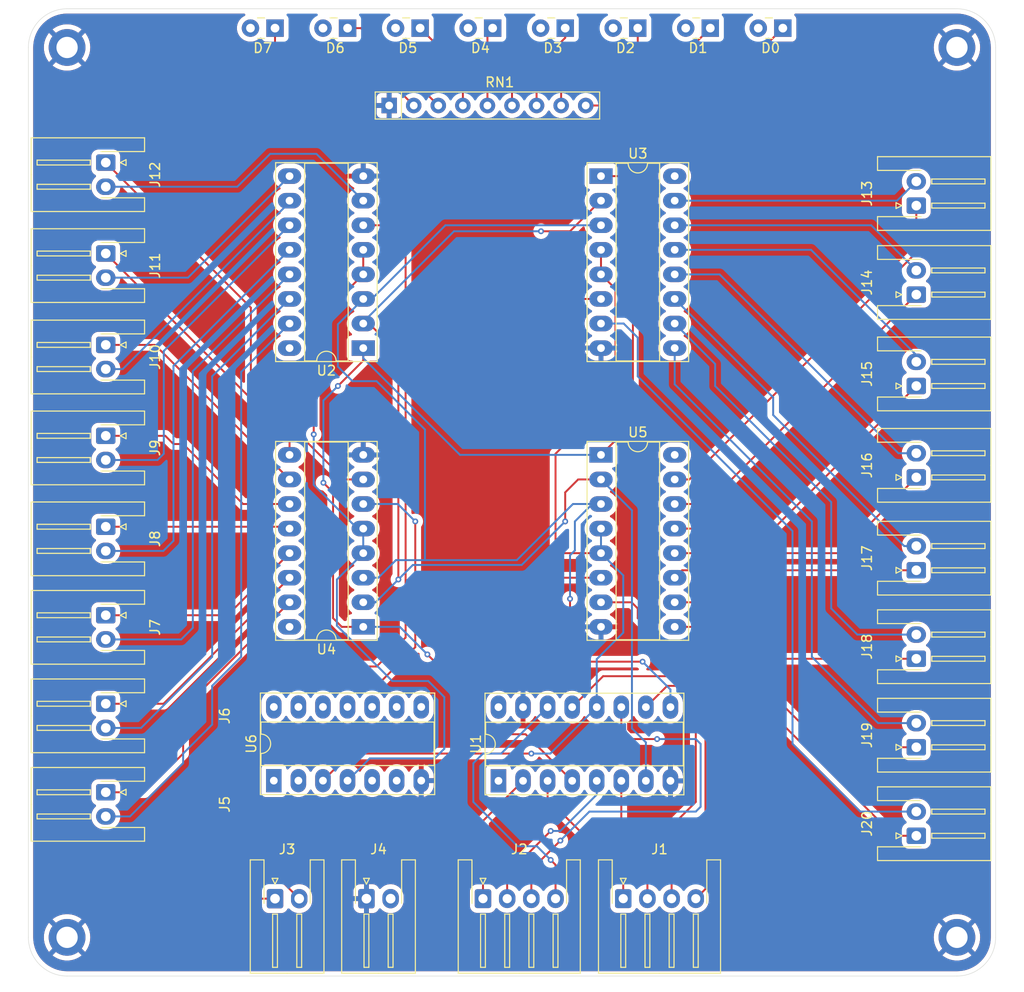
<source format=kicad_pcb>
(kicad_pcb (version 20240108) (generator "pcbnew") (generator_version "8.0")
  (layers (0 "F.Cu" signal) (31 "B.Cu" signal) (34 "B.Paste" user) (35 "F.Paste" user) (36 "B.SilkS" user "B.Silkscreen") (37 "F.SilkS" user "F.Silkscreen") (38 "B.Mask" user) (39 "F.Mask" user) (44 "Edge.Cuts" user))
  (net 0 "")
  (net 1 "Net-(D0-K)")
  (net 3 "Net-(D1-K)")
  (net 5 "Net-(D2-K)")
  (net 7 "Net-(D3-K)")
  (net 9 "Net-(D4-K)")
  (net 12 "Net-(D5-K)")
  (net 14 "Net-(D6-K)")
  (net 16 "Net-(D7-K)")
  (net 17 "/REG_SEL_DST_1")
  (net 18 "/REG_SEL_DST_2")
  (net 19 "/REG_SEL_DST_0")
  (net 20 "/REG_SEL_DST_3")
  (net 21 "/REG_SEL_SRC_3")
  (net 22 "/REG_SEL_SRC_2")
  (net 23 "/REG_SEL_SRC_0")
  (net 24 "/REG_SEL_SRC_1")
  (net 25 "/RF_OUT")
  (net 26 "/RF_IN")
  (net 27 "VCC")
  (net 28 "GND")
  (net 29 "/OUT_EN_REG_0")
  (net 30 "/IN_EN_REG_0")
  (net 31 "/OUT_EN_REG_1")
  (net 32 "/IN_EN_REG_1")
  (net 33 "/IN_EN_REG_2")
  (net 34 "/OUT_EN_REG_2")
  (net 35 "/OUT_EN_REG_3")
  (net 36 "/IN_EN_REG_3")
  (net 37 "/OUT_EN_REG_4")
  (net 38 "/IN_EN_REG_4")
  (net 39 "/OUT_EN_REG_5")
  (net 40 "/IN_EN_REG_5")
  (net 41 "/IN_EN_REG_6")
  (net 42 "/OUT_EN_REG_6")
  (net 43 "/IN_EN_REG_7")
  (net 44 "/OUT_EN_REG_7")
  (net 45 "/OUT_EN_REG_8")
  (net 46 "/IN_EN_REG_8")
  (net 47 "/IN_EN_REG_9")
  (net 48 "/OUT_EN_REG_9")
  (net 49 "/OUT_EN_REG_10")
  (net 50 "/IN_EN_REG_10")
  (net 51 "/OUT_EN_REG_11")
  (net 52 "/IN_EN_REG_11")
  (net 53 "/OUT_EN_REG_12")
  (net 54 "/IN_EN_REG_12")
  (net 55 "/IN_EN_REG_13")
  (net 56 "/OUT_EN_REG_13")
  (net 57 "/IN_EN_REG_14")
  (net 58 "/OUT_EN_REG_14")
  (net 59 "/IN_EN_REG_15")
  (net 60 "/OUT_EN_REG_15")
  (net 61 "/SELECTED_REG_1")
  (net 62 "/SELECTED_REG_3")
  (net 63 "/SELECTED_REG_0")
  (net 64 "DST_SEL")
  (net 65 "/SELECTED_REG_2")
  (net 66 "/SELECTED_REG_3_B")
  (footprint "Connector_JST:JST_XH_S2B-XH-A-1_1x02_P2.50mm_Horizontal" (layer "F.Cu") (at 108 84.75 -90)
    (property "Reference" "J10")
    (property "Value" "Conn_01x02_Socket")
  )
  (footprint "Connector_JST:JST_XH_S2B-XH-A-1_1x02_P2.50mm_Horizontal" (layer "F.Cu") (at 108 131 -90)
    (property "Reference" "J5")
    (property "Value" "Conn_01x02_Socket")
  )
  (footprint "LED_THT:LED_Rectangular_W3.0mm_H2.0mm" (layer "F.Cu") (at 163 52 180)
    (property "Reference" "D2")
    (property "Value" "LED")
  )
  (footprint "Connector_JST:JST_XH_S2B-XH-A-1_1x02_P2.50mm_Horizontal" (layer "F.Cu") (at 108 75.3 -90)
    (property "Reference" "J11")
    (property "Value" "Conn_01x02_Socket")
  )
  (footprint "LED_THT:LED_Rectangular_W3.0mm_H2.0mm" (layer "F.Cu") (at 148 52 180)
    (property "Reference" "D4")
    (property "Value" "LED")
  )
  (footprint "Connector_JST:JST_XH_S2B-XH-A-1_1x02_P2.50mm_Horizontal" (layer "F.Cu") (at 191.8 98.45 90)
    (property "Reference" "J16")
    (property "Value" "Conn_01x02_Socket")
  )
  (footprint "Connector_JST:JST_XH_S2B-XH-A-1_1x02_P2.50mm_Horizontal" (layer "F.Cu") (at 191.8 89 90)
    (property "Reference" "J15")
    (property "Value" "Conn_01x02_Socket")
  )
  (footprint "Connector_JST:JST_XH_S2B-XH-A-1_1x02_P2.50mm_Horizontal" (layer "F.Cu") (at 108 121.85 -90)
    (property "Reference" "J6")
    (property "Value" "Conn_01x02_Socket")
  )
  (footprint "Connector_JST:JST_XH_S2B-XH-A-1_1x02_P2.50mm_Horizontal" (layer "F.Cu") (at 108 103.55 -90)
    (property "Reference" "J8")
    (property "Value" "Conn_01x02_Socket")
  )
  (footprint "LED_THT:LED_Rectangular_W3.0mm_H2.0mm" (layer "F.Cu") (at 155.5 52 180)
    (property "Reference" "D3")
    (property "Value" "LED")
  )
  (footprint "Connector_JST:JST_XH_S2B-XH-A-1_1x02_P2.50mm_Horizontal" (layer "F.Cu") (at 191.8 135.5 90)
    (property "Reference" "J20")
    (property "Value" "Conn_01x02_Socket")
  )
  (footprint "MountingHole:MountingHole_2.2mm_M2_DIN965_Pad" (layer "F.Cu") (at 196 146)
    (property "Reference" "H4" (hide yes))
    (property "Value" "MountingHole_Pad")
  )
  (footprint "Connector_JST:JST_XH_S4B-XH-A-1_1x04_P2.50mm_Horizontal" (layer "F.Cu") (at 147 142)
    (property "Reference" "J2")
    (property "Value" "Conn_01x04_Socket")
  )
  (footprint "MountingHole:MountingHole_2.2mm_M2_DIN965_Pad" (layer "F.Cu") (at 196 54)
    (property "Reference" "H2" (hide yes))
    (property "Value" "MountingHole_Pad")
  )
  (footprint "LED_THT:LED_Rectangular_W3.0mm_H2.0mm" (layer "F.Cu") (at 125.5 52 180)
    (property "Reference" "D7")
    (property "Value" "LED")
  )
  (footprint "Package_DIP:DIP-16_W7.62mm_Socket_LongPads" (layer "F.Cu") (at 134.62 113.9 180)
    (property "Reference" "U4")
    (property "Value" "74LS138")
  )
  (footprint "LED_THT:LED_Rectangular_W3.0mm_H2.0mm" (layer "F.Cu") (at 178 52 180)
    (property "Reference" "D0")
    (property "Value" "LED")
  )
  (footprint "Package_DIP:DIP-16_W7.62mm_Socket_LongPads" (layer "F.Cu") (at 134.62 85.08 180)
    (property "Reference" "U2")
    (property "Value" "74LS138")
  )
  (footprint "Connector_JST:JST_XH_S2B-XH-A-1_1x02_P2.50mm_Horizontal" (layer "F.Cu") (at 134.95 142)
    (property "Reference" "J4")
    (property "Value" "Conn_01x02_Socket")
  )
  (footprint "MountingHole:MountingHole_2.2mm_M2_DIN965_Pad" (layer "F.Cu") (at 104 146)
    (property "Reference" "H3" (hide yes))
    (property "Value" "MountingHole_Pad")
  )
  (footprint "Connector_JST:JST_XH_S2B-XH-A-1_1x02_P2.50mm_Horizontal" (layer "F.Cu") (at 191.8 79.55 90)
    (property "Reference" "J14")
    (property "Value" "Conn_01x02_Socket")
  )
  (footprint "LED_THT:LED_Rectangular_W3.0mm_H2.0mm" (layer "F.Cu") (at 133 52 180)
    (property "Reference" "D6")
    (property "Value" "LED")
  )
  (footprint "Resistor_THT:R_Array_SIP9" (layer "F.Cu") (at 137.3 60)
    (property "Reference" "RN1")
    (property "Value" "R_Network08_US")
  )
  (footprint "Connector_JST:JST_XH_S2B-XH-A-1_1x02_P2.50mm_Horizontal" (layer "F.Cu") (at 108 94.15 -90)
    (property "Reference" "J9")
    (property "Value" "Conn_01x02_Socket")
  )
  (footprint "LED_THT:LED_Rectangular_W3.0mm_H2.0mm" (layer "F.Cu") (at 170.5 52 180)
    (property "Reference" "D1")
    (property "Value" "LED")
  )
  (footprint "Connector_JST:JST_XH_S2B-XH-A-1_1x02_P2.50mm_Horizontal" (layer "F.Cu") (at 125.5 142)
    (property "Reference" "J3")
    (property "Value" "Conn_01x02_Socket")
  )
  (footprint "Connector_JST:JST_XH_S2B-XH-A-1_1x02_P2.50mm_Horizontal" (layer "F.Cu") (at 191.8 117.2 90)
    (property "Reference" "J18")
    (property "Value" "Conn_01x02_Socket")
  )
  (footprint "Connector_JST:JST_XH_S2B-XH-A-1_1x02_P2.50mm_Horizontal" (layer "F.Cu") (at 108 65.9 -90)
    (property "Reference" "J12")
    (property "Value" "Conn_01x02_Socket")
  )
  (footprint "Package_DIP:DIP-16_W7.62mm_Socket_LongPads" (layer "F.Cu") (at 148.6 129.82 90)
    (property "Reference" "U1")
    (property "Value" "74LS157")
  )
  (footprint "Package_DIP:DIP-16_W7.62mm_Socket_LongPads" (layer "F.Cu") (at 159.2 67.3)
    (property "Reference" "U3")
    (property "Value" "74LS138")
  )
  (footprint "Package_DIP:DIP-14_W7.62mm_Socket_LongPads" (layer "F.Cu") (at 125.375 129.8 90)
    (property "Reference" "U6")
    (property "Value" "74LS04")
  )
  (footprint "Package_DIP:DIP-16_W7.62mm_Socket_LongPads" (layer "F.Cu") (at 159.2 96.12)
    (property "Reference" "U5")
    (property "Value" "74LS138")
  )
  (footprint "Connector_JST:JST_XH_S4B-XH-A-1_1x04_P2.50mm_Horizontal" (layer "F.Cu") (at 161.5 142)
    (property "Reference" "J1")
    (property "Value" "Conn_01x04_Socket")
  )
  (footprint "Connector_JST:JST_XH_S2B-XH-A-1_1x02_P2.50mm_Horizontal" (layer "F.Cu") (at 191.8 126.35 90)
    (property "Reference" "J19")
    (property "Value" "Conn_01x02_Socket")
  )
  (footprint "Connector_JST:JST_XH_S2B-XH-A-1_1x02_P2.50mm_Horizontal" (layer "F.Cu") (at 191.8 70.35 90)
    (property "Reference" "J13")
    (property "Value" "Conn_01x02_Socket")
  )
  (footprint "Connector_JST:JST_XH_S2B-XH-A-1_1x02_P2.50mm_Horizontal" (layer "F.Cu") (at 108 112.7 -90)
    (property "Reference" "J7")
    (property "Value" "Conn_01x02_Socket")
  )
  (footprint "Connector_JST:JST_XH_S2B-XH-A-1_1x02_P2.50mm_Horizontal" (layer "F.Cu") (at 191.8 108.05 90)
    (property "Reference" "J17")
    (property "Value" "Conn_01x02_Socket")
  )
  (footprint "LED_THT:LED_Rectangular_W3.0mm_H2.0mm" (layer "F.Cu") (at 140.5 52 180)
    (property "Reference" "D5")
    (property "Value" "LED")
  )
  (footprint "MountingHole:MountingHole_2.2mm_M2_DIN965_Pad" (layer "F.Cu") (at 104 54)
    (property "Reference" "H1" (hide yes))
    (property "Value" "MountingHole_Pad")
  )
  (gr_arc (start 200 146) (mid 198.828427 148.828427) (end 196 150) (stroke (width 0.05)) (layer "Edge.Cuts"))
  (gr_arc (start 196 50) (mid 198.828427 51.171573) (end 200 54) (stroke (width 0.05)) (layer "Edge.Cuts"))
  (gr_line (start 196 150) (end 104 150) (stroke (width 0.05)) (layer "Edge.Cuts"))
  (gr_line (start 200 54) (end 200 146) (stroke (width 0.05)) (layer "Edge.Cuts"))
  (gr_line (start 100 146) (end 100 54) (stroke (width 0.05)) (layer "Edge.Cuts"))
  (gr_arc (start 100 54) (mid 101.171573 51.171573) (end 104 50) (stroke (width 0.05)) (layer "Edge.Cuts"))
  (gr_arc (start 104 150) (mid 101.171573 148.828427) (end 100 146) (stroke (width 0.05)) (layer "Edge.Cuts"))
  (gr_line (start 104 50) (end 196 50) (stroke (width 0.05)) (layer "Edge.Cuts"))
  (segment (start 157.62 60) (end 170 60) (width 0.2) (layer "F.Cu") (net 1))
  (segment (start 170 60) (end 178 52) (width 0.2) (layer "F.Cu") (net 1))
  (segment (start 156.5 57.5) (end 165 57.5) (width 0.2) (layer "F.Cu") (net 3))
  (segment (start 155.5 58) (end 156 58) (width 0.2) (layer "F.Cu") (net 3))
  (segment (start 155.08 58.42) (end 155.5 58) (width 0.2) (layer "F.Cu") (net 3))
  (segment (start 156 58) (end 156.5 57.5) (width 0.2) (layer "F.Cu") (net 3))
  (segment (start 155.08 60) (end 155.08 58.42) (width 0.2) (layer "F.Cu") (net 3))
  (segment (start 165 57.5) (end 170.5 52) (width 0.2) (layer "F.Cu") (net 3))
  (segment (start 152.54 60) (end 152.54 58.46) (width 0.2) (layer "F.Cu") (net 5))
  (segment (start 153.5 57.5) (end 154.5 57.5) (width 0.2) (layer "F.Cu") (net 5))
  (segment (start 163 53.5) (end 163 52) (width 0.2) (layer "F.Cu") (net 5))
  (segment (start 152.54 58.46) (end 153.5 57.5) (width 0.2) (layer "F.Cu") (net 5))
  (segment (start 154.5 57.5) (end 156 56) (width 0.2) (layer "F.Cu") (net 5))
  (segment (start 160.5 56) (end 163 53.5) (width 0.2) (layer "F.Cu") (net 5))
  (segment (start 156 56) (end 160.5 56) (width 0.2) (layer "F.Cu") (net 5))
  (segment (start 150 58.5) (end 150 60) (width 0.2) (layer "F.Cu") (net 7))
  (segment (start 155.5 52) (end 155.5 53) (width 0.2) (layer "F.Cu") (net 7))
  (segment (start 155.5 53) (end 150 58.5) (width 0.2) (layer "F.Cu") (net 7))
  (segment (start 147.46 52.54) (end 148 52) (width 0.2) (layer "F.Cu") (net 9))
  (segment (start 147.46 60) (end 147.46 52.54) (width 0.2) (layer "F.Cu") (net 9))
  (segment (start 144.92 56.42) (end 144.92 60) (width 0.2) (layer "F.Cu") (net 12))
  (segment (start 140.5 52) (end 144.92 56.42) (width 0.2) (layer "F.Cu") (net 12))
  (segment (start 134.38 52) (end 142.38 60) (width 0.2) (layer "F.Cu") (net 14))
  (segment (start 133 52) (end 134.38 52) (width 0.2) (layer "F.Cu") (net 14))
  (segment (start 125.5 54) (end 128 56.5) (width 0.2) (layer "F.Cu") (net 16))
  (segment (start 136 56.16) (end 139.84 60) (width 0.2) (layer "F.Cu") (net 16))
  (segment (start 128 56.5) (end 135.5 56.5) (width 0.2) (layer "F.Cu") (net 16))
  (segment (start 125.5 52) (end 125.5 54) (width 0.2) (layer "F.Cu") (net 16))
  (segment (start 135.5 56.5) (end 136 56) (width 0.2) (layer "F.Cu") (net 16))
  (segment (start 136 56) (end 136 56.16) (width 0.2) (layer "F.Cu") (net 16))
  (segment (start 161 134) (end 161.3 133.7) (width 0.2) (layer "F.Cu") (net 17))
  (segment (start 164 138) (end 161 135) (width 0.2) (layer "F.Cu") (net 17))
  (segment (start 161.3 133.7) (end 161.3 129.82) (width 0.2) (layer "F.Cu") (net 17))
  (segment (start 161 135) (end 161 134) (width 0.2) (layer "F.Cu") (net 17))
  (segment (start 164 142) (end 164 138) (width 0.2) (layer "F.Cu") (net 17))
  (segment (start 169 121) (end 168 120) (width 0.2) (layer "F.Cu") (net 18))
  (segment (start 166.5 134.5) (end 169 132) (width 0.2) (layer "F.Cu") (net 18))
  (segment (start 168 120) (end 166.04 120) (width 0.2) (layer "F.Cu") (net 18))
  (segment (start 166.04 120) (end 163.84 122.2) (width 0.2) (layer "F.Cu") (net 18))
  (segment (start 166.5 142) (end 166.5 134.5) (width 0.2) (layer "F.Cu") (net 18))
  (segment (start 169 132) (end 169 121) (width 0.2) (layer "F.Cu") (net 18))
  (segment (start 153.68 131.68) (end 153.68 129.82) (width 0.2) (layer "F.Cu") (net 19))
  (segment (start 161.5 139.5) (end 153.68 131.68) (width 0.2) (layer "F.Cu") (net 19))
  (segment (start 161.5 142) (end 161.5 139.5) (width 0.2) (layer "F.Cu") (net 19))
  (segment (start 159.42 119) (end 167.565686 119) (width 0.2) (layer "F.Cu") (net 20))
  (segment (start 170 141) (end 169 142) (width 0.2) (layer "F.Cu") (net 20))
  (segment (start 170 121.434314) (end 170 141) (width 0.2) (layer "F.Cu") (net 20))
  (segment (start 156.22 122.2) (end 159.42 119) (width 0.2) (layer "F.Cu") (net 20))
  (segment (start 167.565686 119) (end 170 121.434314) (width 0.2) (layer "F.Cu") (net 20))
  (segment (start 154.5 138.5) (end 154 138) (width 0.2) (layer "F.Cu") (net 21))
  (segment (start 154.5 142) (end 154.5 138.5) (width 0.2) (layer "F.Cu") (net 21))
  (via (at 154 138) (size 0.6) (drill 0.3) (layers "F.Cu" "B.Cu") (net 21))
  (segment (start 148.88 127) (end 153.68 122.2) (width 0.2) (layer "B.Cu") (net 21))
  (segment (start 146 128) (end 147 127) (width 0.2) (layer "B.Cu") (net 21))
  (segment (start 146 132) (end 146 128) (width 0.2) (layer "B.Cu") (net 21))
  (segment (start 154 138) (end 152.58 136.58) (width 0.2) (layer "B.Cu") (net 21))
  (segment (start 147 127) (end 148.88 127) (width 0.2) (layer "B.Cu") (net 21))
  (segment (start 152.58 136.58) (end 150.58 136.58) (width 0.2) (layer "B.Cu") (net 21))
  (segment (start 150.58 136.58) (end 146 132) (width 0.2) (layer "B.Cu") (net 21))
  (segment (start 165 125.5) (end 162 125.5) (width 0.2) (layer "F.Cu") (net 22))
  (segment (start 152 142) (end 152 139) (width 0.2) (layer "F.Cu") (net 22))
  (segment (start 161.3 124.8) (end 161.3 122.2) (width 0.2) (layer "F.Cu") (net 22))
  (segment (start 152 139) (end 155 136) (width 0.2) (layer "F.Cu") (net 22))
  (segment (start 162 125.5) (end 161.3 124.8) (width 0.2) (layer "F.Cu") (net 22))
  (via (at 165 125.5) (size 0.6) (drill 0.3) (layers "F.Cu" "B.Cu") (net 22))
  (via (at 155 136) (size 0.6) (drill 0.3) (layers "F.Cu" "B.Cu") (net 22))
  (segment (start 155 136) (end 158 133) (width 0.2) (layer "B.Cu") (net 22))
  (segment (start 169 133) (end 169.5 132.5) (width 0.2) (layer "B.Cu") (net 22))
  (segment (start 169.5 126) (end 169 125.5) (width 0.2) (layer "B.Cu") (net 22))
  (segment (start 169.5 132.5) (end 169.5 126) (width 0.2) (layer "B.Cu") (net 22))
  (segment (start 158 133) (end 169 133) (width 0.2) (layer "B.Cu") (net 22))
  (segment (start 169 125.5) (end 165 125.5) (width 0.2) (layer "B.Cu") (net 22))
  (segment (start 147 142) (end 147 133.96) (width 0.2) (layer "F.Cu") (net 23))
  (segment (start 147 133.96) (end 151.14 129.82) (width 0.2) (layer "F.Cu") (net 23))
  (segment (start 149.5 139.5) (end 154 135) (width 0.2) (layer "F.Cu") (net 24))
  (segment (start 149.5 142) (end 149.5 139.5) (width 0.2) (layer "F.Cu") (net 24))
  (via (at 154 135) (size 0.6) (drill 0.3) (layers "F.Cu" "B.Cu") (net 24))
  (segment (start 154 135) (end 155 135) (width 0.2) (layer "B.Cu") (net 24))
  (segment (start 158.76 131.24) (end 158.76 129.82) (width 0.2) (layer "B.Cu") (net 24))
  (segment (start 155 135) (end 158.76 131.24) (width 0.2) (layer "B.Cu") (net 24))
  (segment (start 123 121) (end 123 137.365256) (width 0.2) (layer "F.Cu") (net 25))
  (segment (start 123 137.365256) (end 122.634744 137) (width 0.2) (layer "F.Cu") (net 25))
  (segment (start 123 137) (end 128 142) (width 0.2) (layer "F.Cu") (net 25))
  (segment (start 140 110.5) (end 140 116) (width 0.2) (layer "F.Cu") (net 25))
  (segment (start 140 103) (end 140 110.5) (width 0.2) (layer "F.Cu") (net 25))
  (segment (start 140 116) (end 136 120) (width 0.2) (layer "F.Cu") (net 25))
  (segment (start 124 120) (end 123 121) (width 0.2) (layer "F.Cu") (net 25))
  (segment (start 141.68 108.82) (end 140 110.5) (width 0.2) (layer "F.Cu") (net 25))
  (segment (start 159.2 108.82) (end 141.68 108.82) (width 0.2) (layer "F.Cu") (net 25))
  (segment (start 122.634744 137) (end 123 137) (width 0.2) (layer "F.Cu") (net 25))
  (segment (start 136 120) (end 124 120) (width 0.2) (layer "F.Cu") (net 25))
  (via (at 140 103) (size 0.6) (drill 0.3) (layers "F.Cu" "B.Cu") (net 25))
  (segment (start 140 103) (end 138.2 101.2) (width 0.2) (layer "B.Cu") (net 25))
  (segment (start 138.2 101.2) (end 134.62 101.2) (width 0.2) (layer "B.Cu") (net 25))
  (segment (start 134.62 72.38) (end 138 72.38) (width 0.2) (layer "F.Cu") (net 26))
  (segment (start 125 118) (end 136 118) (width 0.2) (layer "F.Cu") (net 26))
  (segment (start 121 140) (end 121 122) (width 0.2) (layer "F.Cu") (net 26))
  (segment (start 159.2 80) (end 140 80) (width 0.2) (layer "F.Cu") (net 26))
  (segment (start 125.5 142) (end 123 142) (width 0.2) (layer "F.Cu") (net 26))
  (segment (start 139 115) (end 139 84) (width 0.2) (layer "F.Cu") (net 26))
  (segment (start 139 82) (end 139 73.38) (width 0.2) (layer "F.Cu") (net 26))
  (segment (start 123 142) (end 121 140) (width 0.2) (layer "F.Cu") (net 26))
  (segment (start 136 118) (end 139 115) (width 0.2) (layer "F.Cu") (net 26))
  (segment (start 140 80) (end 139 81) (width 0.2) (layer "F.Cu") (net 26))
  (segment (start 139 81) (end 139 82) (width 0.2) (layer "F.Cu") (net 26))
  (segment (start 121 122) (end 125 118) (width 0.2) (layer "F.Cu") (net 26))
  (segment (start 139 73.38) (end 138 72.38) (width 0.2) (layer "F.Cu") (net 26))
  (segment (start 139 84) (end 139 82) (width 0.2) (layer "F.Cu") (net 26))
  (segment (start 119 124) (end 119 120) (width 0.2) (layer "B.Cu") (net 29))
  (segment (start 116 127) (end 119 124) (width 0.2) (layer "B.Cu") (net 29))
  (segment (start 110.5 133.5) (end 116 128) (width 0.2) (layer "B.Cu") (net 29))
  (segment (start 122 87.54) (end 127 82.54) (width 0.2) (layer "B.Cu") (net 29))
  (segment (start 108 133.5) (end 110.5 133.5) (width 0.2) (layer "B.Cu") (net 29))
  (segment (start 119 120) (end 122 117) (width 0.2) (layer "B.Cu") (net 29))
  (segment (start 116 128) (end 116 127) (width 0.2) (layer "B.Cu") (net 29))
  (segment (start 122 117) (end 122 87.54) (width 0.2) (layer "B.Cu") (net 29))
  (segment (start 112 131) (end 116 127) (width 0.2) (layer "F.Cu") (net 30))
  (segment (start 116 122.36) (end 127 111.36) (width 0.2) (layer "F.Cu") (net 30))
  (segment (start 116 127) (end 116 122.36) (width 0.2) (layer "F.Cu") (net 30))
  (segment (start 108 131) (end 112 131) (width 0.2) (layer "F.Cu") (net 30))
  (segment (start 108 124.35) (end 111.65 124.35) (width 0.2) (layer "B.Cu") (net 31))
  (segment (start 119 117) (end 119 88) (width 0.2) (layer "B.Cu") (net 31))
  (segment (start 119 88) (end 127 80) (width 0.2) (layer "B.Cu") (net 31))
  (segment (start 111.65 124.35) (end 119 117) (width 0.2) (layer "B.Cu") (net 31))
  (segment (start 113.97 121.85) (end 127 108.82) (width 0.2) (layer "F.Cu") (net 32))
  (segment (start 108 121.85) (end 113.97 121.85) (width 0.2) (layer "F.Cu") (net 32))
  (segment (start 108 112.7) (end 120.58 112.7) (width 0.2) (layer "F.Cu") (net 33))
  (segment (start 120.58 112.7) (end 127 106.28) (width 0.2) (layer "F.Cu") (net 33))
  (segment (start 108 115.2) (end 115.8 115.2) (width 0.2) (layer "B.Cu") (net 34))
  (segment (start 117 114) (end 117 87.46) (width 0.2) (layer "B.Cu") (net 34))
  (segment (start 117 87.46) (end 127 77.46) (width 0.2) (layer "B.Cu") (net 34))
  (segment (start 115.8 115.2) (end 117 114) (width 0.2) (layer "B.Cu") (net 34))
  (segment (start 108 106.05) (end 113.95 106.05) (width 0.2) (layer "B.Cu") (net 35))
  (segment (start 115 86.92) (end 127 74.92) (width 0.2) (layer "B.Cu") (net 35))
  (segment (start 115 105) (end 115 86.92) (width 0.2) (layer "B.Cu") (net 35))
  (segment (start 113.95 106.05) (end 115 105) (width 0.2) (layer "B.Cu") (net 35))
  (segment (start 126.81 103.55) (end 127 103.74) (width 0.2) (layer "F.Cu") (net 36))
  (segment (start 108 103.55) (end 126.81 103.55) (width 0.2) (layer "F.Cu") (net 36))
  (segment (start 114 85.38) (end 127 72.38) (width 0.2) (layer "B.Cu") (net 37))
  (segment (start 113.35 96.65) (end 114 96) (width 0.2) (layer "B.Cu") (net 37))
  (segment (start 108 96.65) (end 113.35 96.65) (width 0.2) (layer "B.Cu") (net 37))
  (segment (start 114 96) (end 114 85.38) (width 0.2) (layer "B.Cu") (net 37))
  (segment (start 127 101.2) (end 122.2 101.2) (width 0.2) (layer "F.Cu") (net 38))
  (segment (start 114.15 94.15) (end 108 94.15) (width 0.2) (layer "F.Cu") (net 38))
  (segment (start 116 95) (end 115 95) (width 0.2) (layer "F.Cu") (net 38))
  (segment (start 122.2 101.2) (end 116 95) (width 0.2) (layer "F.Cu") (net 38))
  (segment (start 115 95) (end 114.15 94.15) (width 0.2) (layer "F.Cu") (net 38))
  (segment (start 108 87.25) (end 109.75 87.25) (width 0.2) (layer "B.Cu") (net 39))
  (segment (start 109.75 87.25) (end 127 70) (width 0.2) (layer "B.Cu") (net 39))
  (segment (start 127 70) (end 127 69.84) (width 0.2) (layer "B.Cu") (net 39))
  (segment (start 108 84.75) (end 113.09 84.75) (width 0.2) (layer "F.Cu") (net 40))
  (segment (start 113.09 84.75) (end 127 98.66) (width 0.2) (layer "F.Cu") (net 40))
  (segment (start 127 96.12) (end 127 94.3) (width 0.2) (layer "F.Cu") (net 41))
  (segment (start 127 94.3) (end 108 75.3) (width 0.2) (layer "F.Cu") (net 41))
  (segment (start 116.5 77.8) (end 127 67.3) (width 0.2) (layer "B.Cu") (net 42))
  (segment (start 108 77.8) (end 116.5 77.8) (width 0.2) (layer "B.Cu") (net 42))
  (segment (start 108 65.9) (end 123 80.9) (width 0.2) (layer "F.Cu") (net 43))
  (segment (start 123 80.9) (end 123 89) (width 0.2) (layer "F.Cu") (net 43))
  (segment (start 123 89) (end 132.66 98.66) (width 0.2) (layer "F.Cu") (net 43))
  (segment (start 132.66 98.66) (end 134.62 98.66) (width 0.2) (layer "F.Cu") (net 43))
  (segment (start 129.78 65) (end 134.62 69.84) (width 0.2) (layer "B.Cu") (net 44))
  (segment (start 108 68.4) (end 121.6 68.4) (width 0.2) (layer "B.Cu") (net 44))
  (segment (start 121.6 68.4) (end 125 65) (width 0.2) (layer "B.Cu") (net 44))
  (segment (start 125 65) (end 129.78 65) (width 0.2) (layer "B.Cu") (net 44))
  (segment (start 189.81 69.84) (end 191.8 67.85) (width 0.2) (layer "B.Cu") (net 45))
  (segment (start 166.82 69.84) (end 189.81 69.84) (width 0.2) (layer "B.Cu") (net 45))
  (segment (start 191.8 75.2) (end 191.8 70.35) (width 0.2) (layer "F.Cu") (net 46))
  (segment (start 168.34 98.66) (end 191.8 75.2) (width 0.2) (layer "F.Cu") (net 46))
  (segment (start 166.82 98.66) (end 168.34 98.66) (width 0.2) (layer "F.Cu") (net 46))
  (segment (start 170.15 101.2) (end 191.8 79.55) (width 0.2) (layer "F.Cu") (net 47))
  (segment (start 166.82 101.2) (end 170.15 101.2) (width 0.2) (layer "F.Cu") (net 47))
  (segment (start 187.13 72.38) (end 191.8 77.05) (width 0.2) (layer "B.Cu") (net 48))
  (segment (start 166.82 72.38) (end 187.13 72.38) (width 0.2) (layer "B.Cu") (net 48))
  (segment (start 191.8 86.5) (end 191.8 85.8) (width 0.2) (layer "B.Cu") (net 49))
  (segment (start 180.92 74.92) (end 166.82 74.92) (width 0.2) (layer "B.Cu") (net 49))
  (segment (start 191.8 85.8) (end 180.92 74.92) (width 0.2) (layer "B.Cu") (net 49))
  (segment (start 166.82 103.74) (end 177.06 103.74) (width 0.2) (layer "F.Cu") (net 50))
  (segment (start 177.06 103.74) (end 191.8 89) (width 0.2) (layer "F.Cu") (net 50))
  (segment (start 166.82 77.46) (end 171.46 77.46) (width 0.2) (layer "B.Cu") (net 51))
  (segment (start 171.46 77.46) (end 189.95 95.95) (width 0.2) (layer "B.Cu") (net 51))
  (segment (start 189.95 95.95) (end 191.8 95.95) (width 0.2) (layer "B.Cu") (net 51))
  (segment (start 183.97 106.28) (end 191.8 98.45) (width 0.2) (layer "F.Cu") (net 52))
  (segment (start 166.82 106.28) (end 183.97 106.28) (width 0.2) (layer "F.Cu") (net 52))
  (segment (start 177 92) (end 177 90.18) (width 0.2) (layer "B.Cu") (net 53))
  (segment (start 190.55 105.55) (end 177 92) (width 0.2) (layer "B.Cu") (net 53))
  (segment (start 177 90.18) (end 166.82 80) (width 0.2) (layer "B.Cu") (net 53))
  (segment (start 191.8 105.55) (end 190.55 105.55) (width 0.2) (layer "B.Cu") (net 53))
  (segment (start 191.8 108.05) (end 167.59 108.05) (width 0.2) (layer "F.Cu") (net 54))
  (segment (start 167.59 108.05) (end 166.82 108.82) (width 0.2) (layer "F.Cu") (net 54))
  (segment (start 170.36 111.36) (end 166.82 111.36) (width 0.2) (layer "F.Cu") (net 55))
  (segment (start 191.8 117.2) (end 176.2 117.2) (width 0.2) (layer "F.Cu") (net 55))
  (segment (start 176.2 117.2) (end 170.36 111.36) (width 0.2) (layer "F.Cu") (net 55))
  (segment (start 171 86.72) (end 166.82 82.54) (width 0.2) (layer "B.Cu") (net 56))
  (segment (start 185.7 114.7) (end 183 112) (width 0.2) (layer "B.Cu") (net 56))
  (segment (start 191.8 114.7) (end 185.7 114.7) (width 0.2) (layer "B.Cu") (net 56))
  (segment (start 183 101) (end 171 89) (width 0.2) (layer "B.Cu") (net 56))
  (segment (start 171 89) (end 171 86.72) (width 0.2) (layer "B.Cu") (net 56))
  (segment (start 183 112) (end 183 101) (width 0.2) (layer "B.Cu") (net 56))
  (segment (start 191.8 126.35) (end 182.35 126.35) (width 0.2) (layer "F.Cu") (net 57))
  (segment (start 169.9 113.9) (end 166.82 113.9) (width 0.2) (layer "F.Cu") (net 57))
  (segment (start 182.35 126.35) (end 169.9 113.9) (width 0.2) (layer "F.Cu") (net 57))
  (segment (start 187.85 123.85) (end 191.8 123.85) (width 0.2) (layer "B.Cu") (net 58))
  (segment (start 181 117) (end 187.85 123.85) (width 0.2) (layer "B.Cu") (net 58))
  (segment (start 166.82 88.82) (end 181 103) (width 0.2) (layer "B.Cu") (net 58))
  (segment (start 181 103) (end 181 117) (width 0.2) (layer "B.Cu") (net 58))
  (segment (start 166.82 85.08) (end 166.82 88.82) (width 0.2) (layer "B.Cu") (net 58))
  (segment (start 163 113) (end 168 118) (width 0.2) (layer "F.Cu") (net 59))
  (segment (start 178 124) (end 175 124) (width 0.2) (layer "F.Cu") (net 59))
  (segment (start 162.36 111.36) (end 159.2 111.36) (width 0.2) (layer "F.Cu") (net 59))
  (segment (start 163 112) (end 163 113) (width 0.2) (layer "F.Cu") (net 59))
  (segment (start 175 124) (end 169 118) (width 0.2) (layer "F.Cu") (net 59))
  (segment (start 189.5 135.5) (end 178 124) (width 0.2) (layer "F.Cu") (net 59))
  (segment (start 168 118) (end 169 118) (width 0.2) (layer "F.Cu") (net 59))
  (segment (start 162.36 111.36) (end 163 112) (width 0.2) (layer "F.Cu") (net 59))
  (segment (start 191.8 135.5) (end 189.5 135.5) (width 0.2) (layer "F.Cu") (net 59))
  (segment (start 179 104) (end 163 88) (width 0.2) (layer "B.Cu") (net 60))
  (segment (start 179 126) (end 179 104) (width 0.2) (layer "B.Cu") (net 60))
  (segment (start 191.8 133) (end 186 133) (width 0.2) (layer "B.Cu") (net 60))
  (segment (start 163 88) (end 163 84) (width 0.2) (layer "B.Cu") (net 60))
  (segment (start 186 133) (end 179 126) (width 0.2) (layer "B.Cu") (net 60))
  (segment (start 163 84) (end 161.54 82.54) (width 0.2) (layer "B.Cu") (net 60))
  (segment (start 161.54 82.54) (end 159.2 82.54) (width 0.2) (layer "B.Cu") (net 60))
  (segment (start 138.25 109) (end 138.25 85.57) (width 0.2) (layer "F.Cu") (net 61))
  (segment (start 153 73) (end 156 73) (width 0.2) (layer "F.Cu") (net 61))
  (segment (start 135.22 82.54) (end 134.62 82.54) (width 0.2) (layer "F.Cu") (net 61))
  (segment (start 156.84 98.66) (end 159.2 98.66) (width 0.2) (layer "F.Cu") (net 61))
  (segment (start 159.16 69.84) (end 159.2 69.84) (width 0.2) (layer "F.Cu") (net 61))
  (segment (start 155.5 100) (end 156.84 98.66) (width 0.2) (layer "F.Cu") (net 61))
  (segment (start 156 73) (end 159.16 69.84) (width 0.2) (layer "F.Cu") (net 61))
  (segment (start 138.25 85.57) (end 135.22 82.54) (width 0.2) (layer "F.Cu") (net 61))
  (segment (start 155.5 103) (end 155.5 100) (width 0.2) (layer "F.Cu") (net 61))
  (via (at 138.25 109) (size 0.6) (drill 0.3) (layers "F.Cu" "B.Cu") (net 61))
  (via (at 155.5 103) (size 0.6) (drill 0.3) (layers "F.Cu" "B.Cu") (net 61))
  (via (at 153 73) (size 0.6) (drill 0.3) (layers "F.Cu" "B.Cu") (net 61))
  (segment (start 138.25 109) (end 135.89 111.36) (width 0.2) (layer "B.Cu") (net 61))
  (segment (start 134.62 82.38) (end 134.62 82.54) (width 0.2) (layer "B.Cu") (net 61))
  (segment (start 138.25 109) (end 139.75 107.5) (width 0.2) (layer "B.Cu") (net 61))
  (segment (start 151 107.5) (end 155.5 103) (width 0.2) (layer "B.Cu") (net 61))
  (segment (start 135.89 111.36) (end 134.62 111.36) (width 0.2) (layer "B.Cu") (net 61))
  (segment (start 163.84 125.84) (end 162.4 124.4) (width 0.2) (layer "B.Cu") (net 61))
  (segment (start 153 73) (end 144 73) (width 0.2) (layer "B.Cu") (net 61))
  (segment (start 144 73) (end 134.62 82.38) (width 0.2) (layer "B.Cu") (net 61))
  (segment (start 162.4 101.86) (end 159.2 98.66) (width 0.2) (layer "B.Cu") (net 61))
  (segment (start 163.84 129.82) (end 163.84 125.84) (width 0.2) (layer "B.Cu") (net 61))
  (segment (start 162.4 124.4) (end 162.4 101.86) (width 0.2) (layer "B.Cu") (net 61))
  (segment (start 139.75 107.5) (end 151 107.5) (width 0.2) (layer "B.Cu") (net 61))
  (segment (start 154.5 105.5) (end 155.28 106.28) (width 0.2) (layer "F.Cu") (net 62))
  (segment (start 136 127) (end 152 127) (width 0.2) (layer "F.Cu") (net 62))
  (segment (start 154.5 96) (end 154.5 105.5) (width 0.2) (layer "F.Cu") (net 62))
  (segment (start 160.7 89.8) (end 154.5 96) (width 0.2) (layer "F.Cu") (net 62))
  (segment (start 159.2 77.46) (end 160.7 78.96) (width 0.2) (layer "F.Cu") (net 62))
  (segment (start 159.2 77.46) (end 159.2 74.92) (width 0.2) (layer "F.Cu") (net 62))
  (segment (start 155.28 106.28) (end 159.2 106.28) (width 0.2) (layer "F.Cu") (net 62))
  (segment (start 160.7 78.96) (end 160.7 89.8) (width 0.2) (layer "F.Cu") (net 62))
  (segment (start 133.255 127) (end 136 127) (width 0.2) (layer "F.Cu") (net 62))
  (segment (start 130.455 129.8) (end 133.255 127) (width 0.2) (layer "F.Cu") (net 62))
  (via (at 152 127) (size 0.6) (drill 0.3) (layers "F.Cu" "B.Cu") (net 62))
  (segment (start 159.2 106.28) (end 159.2 103.74) (width 0.2) (layer "B.Cu") (net 62))
  (segment (start 152 127) (end 153.96 127) (width 0.2) (layer "B.Cu") (net 62))
  (segment (start 153.96 127) (end 158.76 122.2) (width 0.2) (layer "B.Cu") (net 62))
  (segment (start 158.76 122.2) (end 158.76 117.24) (width 0.2) (layer "B.Cu") (net 62))
  (segment (start 161.5 114.5) (end 161.5 108.58) (width 0.2) (layer "B.Cu") (net 62))
  (segment (start 158.76 117.24) (end 161.5 114.5) (width 0.2) (layer "B.Cu") (net 62))
  (segment (start 161.5 108.58) (end 159.2 106.28) (width 0.2) (layer "B.Cu") (net 62))
  (segment (start 161.3 67.3) (end 162.5 68.5) (width 0.2) (layer "F.Cu") (net 63))
  (segment (start 141.25 116.75) (end 146 121.5) (width 0.2) (layer "F.Cu") (net 63))
  (segment (start 134.62 86.38) (end 134.62 85.08) (width 0.2) (layer "F.Cu") (net 63))
  (segment (start 146 124) (end 147 125) (width 0.2) (layer "F.Cu") (net 63))
  (segment (start 146 121.5) (end 146 124) (width 0.2) (layer "F.Cu") (net 63))
  (segment (start 131.5 100) (end 130.5 99) (width 0.2) (layer "F.Cu") (net 63))
  (segment (start 134.62 113.9) (end 132.4 113.9) (width 0.2) (layer "F.Cu") (net 63))
  (segment (start 162.5 92.82) (end 159.2 96.12) (width 0.2) (layer "F.Cu") (net 63))
  (segment (start 151.4 125) (end 156.22 129.82) (width 0.2) (layer "F.Cu") (net 63))
  (segment (start 132.4 113.9) (end 131.5 113) (width 0.2) (layer "F.Cu") (net 63))
  (segment (start 132 89) (end 134.62 86.38) (width 0.2) (layer "F.Cu") (net 63))
  (segment (start 159.2 67.3) (end 161.3 67.3) (width 0.2) (layer "F.Cu") (net 63))
  (segment (start 147 125) (end 151.4 125) (width 0.2) (layer "F.Cu") (net 63))
  (segment (start 131.5 113) (end 131.5 100) (width 0.2) (layer "F.Cu") (net 63))
  (segment (start 162.5 68.5) (end 162.5 92.82) (width 0.2) (layer "F.Cu") (net 63))
  (via (at 141.25 116.75) (size 0.6) (drill 0.3) (layers "F.Cu" "B.Cu") (net 63))
  (via (at 130.5 99) (size 0.6) (drill 0.3) (layers "F.Cu" "B.Cu") (net 63))
  (via (at 132 89) (size 0.6) (drill 0.3) (layers "F.Cu" "B.Cu") (net 63))
  (segment (start 134.62 85.08) (end 134.62 86.12) (width 0.2) (layer "B.Cu") (net 63))
  (segment (start 130.5 90.5) (end 132 89) (width 0.2) (layer "B.Cu") (net 63))
  (segment (start 138.4 113.9) (end 134.62 113.9) (width 0.2) (layer "B.Cu") (net 63))
  (segment (start 144.62 96.12) (end 159.2 96.12) (width 0.2) (layer "B.Cu") (net 63))
  (segment (start 141.25 116.75) (end 138.4 113.9) (width 0.2) (layer "B.Cu") (net 63))
  (segment (start 134.62 86.12) (end 144.62 96.12) (width 0.2) (layer "B.Cu") (net 63))
  (segment (start 130.5 99) (end 130.5 90.5) (width 0.2) (layer "B.Cu") (net 63))
  (segment (start 156 116) (end 157.5 117.5) (width 0.2) (layer "F.Cu") (net 65))
  (segment (start 156 111) (end 156 116) (width 0.2) (layer "F.Cu") (net 65))
  (segment (start 157.5 117.5) (end 163.5 117.5) (width 0.2) (layer "F.Cu") (net 65))
  (via (at 156 111) (size 0.6) (drill 0.3) (layers "F.Cu" "B.Cu") (net 65))
  (via (at 163.5 117.5) (size 0.6) (drill 0.3) (layers "F.Cu" "B.Cu") (net 65))
  (segment (start 166.38 120.38) (end 163.5 117.5) (width 0.2) (layer "B.Cu") (net 65))
  (segment (start 156 106.5) (end 156.5 106) (width 0.2) (layer "B.Cu") (net 65))
  (segment (start 156.3 101.2) (end 159.2 101.2) (width 0.2) (layer "B.Cu") (net 65))
  (segment (start 135.5 80) (end 143.12 72.38) (width 0.2) (layer "B.Cu") (net 65))
  (segment (start 141 107) (end 150.5 107) (width 0.2) (layer "B.Cu") (net 65))
  (segment (start 133.5 88.5) (end 136 88.5) (width 0.2) (layer "B.Cu") (net 65))
  (segment (start 156 111) (end 156 106.5) (width 0.2) (layer "B.Cu") (net 65))
  (segment (start 134.62 80) (end 135.5 80) (width 0.2) (layer "B.Cu") (net 65))
  (segment (start 136 88.5) (end 141 93.5) (width 0.2) (layer "B.Cu") (net 65))
  (segment (start 138 107) (end 141 107) (width 0.2) (layer "B.Cu") (net 65))
  (segment (start 158.3 101.2) (end 159.2 101.2) (width 0.2) (layer "B.Cu") (net 65))
  (segment (start 143.12 72.38) (end 159.2 72.38) (width 0.2) (layer "B.Cu") (net 65))
  (segment (start 134.62 80) (end 132 82.62) (width 0.2) (layer "B.Cu") (net 65))
  (segment (start 132 87) (end 133.5 88.5) (width 0.2) (layer "B.Cu") (net 65))
  (segment (start 132 82.62) (end 132 87) (width 0.2) (layer "B.Cu") (net 65))
  (segment (start 156.5 103) (end 158.3 101.2) (width 0.2) (layer "B.Cu") (net 65))
  (segment (start 166.38 122.2) (end 166.38 120.38) (width 0.2) (layer "B.Cu") (net 65))
  (segment (start 156.5 106) (end 156.5 103) (width 0.2) (layer "B.Cu") (net 65))
  (segment (start 134.62 108.82) (end 136.18 108.82) (width 0.2) (layer "B.Cu") (net 65))
  (segment (start 150.5 107) (end 156.3 101.2) (width 0.2) (layer "B.Cu") (net 65))
  (segment (start 141 93.5) (end 141 107) (width 0.2) (layer "B.Cu") (net 65))
  (segment (start 136.18 108.82) (end 138 107) (width 0.2) (layer "B.Cu") (net 65))
  (segment (start 134.62 77.46) (end 129.5 82.58) (width 0.2) (layer "F.Cu") (net 66))
  (segment (start 134.62 77.46) (end 134.62 74.92) (width 0.2) (layer "F.Cu") (net 66))
  (segment (start 129.5 82.58) (end 129.5 94) (width 0.2) (layer "F.Cu") (net 66))
  (via (at 129.5 94) (size 0.6) (drill 0.3) (layers "F.Cu" "B.Cu") (net 66))
  (segment (start 134.62 106.28) (end 134.62 103.74) (width 0.2) (layer "B.Cu") (net 66))
  (segment (start 135.295 127.5) (end 132.995 129.8) (width 0.2) (layer "B.Cu") (net 66))
  (segment (start 131.895 109.005) (end 131.895 113.775) (width 0.2) (layer "B.Cu") (net 66))
  (segment (start 129.5 99.22) (end 134.02 103.74) (width 0.2) (layer "B.Cu") (net 66))
  (segment (start 143 126.5) (end 142 127.5) (width 0.2) (layer "B.Cu") (net 66))
  (segment (start 143 121.160635) (end 143 126.5) (width 0.2) (layer "B.Cu") (net 66))
  (segment (start 134.62 106.28) (end 131.895 109.005) (width 0.2) (layer "B.Cu") (net 66))
  (segment (start 137.62 119.5) (end 141.339365 119.5) (width 0.2) (layer "B.Cu") (net 66))
  (segment (start 134.02 103.74) (end 134.62 103.74) (width 0.2) (layer "B.Cu") (net 66))
  (segment (start 141.339365 119.5) (end 143 121.160635) (width 0.2) (layer "B.Cu") (net 66))
  (segment (start 129.5 94) (end 129.5 99.22) (width 0.2) (layer "B.Cu") (net 66))
  (segment (start 142 127.5) (end 135.295 127.5) (width 0.2) (layer "B.Cu") (net 66))
  (segment (start 131.895 113.775) (end 137.62 119.5) (width 0.2) (layer "B.Cu") (net 66))
  (zone (net 28) (net_name "GND") (layers "F&B.Cu") (connect_pads (clearance 0.5)) (min_thickness 0.25) (fill yes (thermal_gap 0.5) (thermal_bridge_width 0.5))
    (polygon (pts (xy 100 50) (xy 100 150) (xy 200 150) (xy 200 50)))
  )
)
</source>
